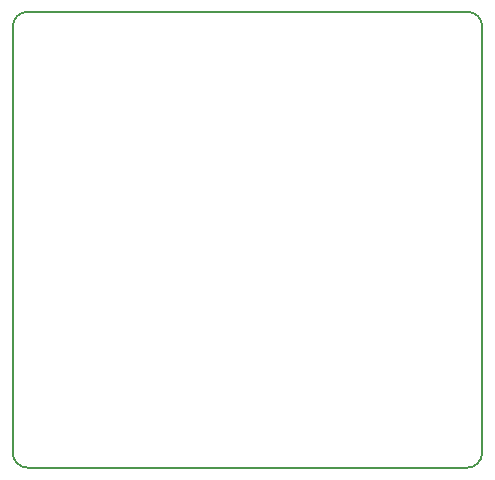
<source format=gbr>
%TF.GenerationSoftware,KiCad,Pcbnew,4.0.7*%
%TF.CreationDate,2019-01-12T03:56:20+05:00*%
%TF.ProjectId,Nokia1202_LCD,4E6F6B6961313230325F4C43442E6B69,0.1*%
%TF.FileFunction,Profile,NP*%
%FSLAX46Y46*%
G04 Gerber Fmt 4.6, Leading zero omitted, Abs format (unit mm)*
G04 Created by KiCad (PCBNEW 4.0.7) date Sat Jan 12 03:56:20 2019*
%MOMM*%
%LPD*%
G01*
G04 APERTURE LIST*
%ADD10C,0.100000*%
%ADD11C,0.150000*%
G04 APERTURE END LIST*
D10*
D11*
X127381000Y-212090000D02*
G75*
G03X126111000Y-210820000I-1270000J0D01*
G01*
X87630000Y-248158000D02*
G75*
G03X88900000Y-249428000I1270000J0D01*
G01*
X126111000Y-249428000D02*
G75*
G03X127381000Y-248158000I0J1270000D01*
G01*
X88900000Y-210820000D02*
G75*
G03X87630000Y-212090000I0J-1270000D01*
G01*
X87630000Y-248158000D02*
X87630000Y-212090000D01*
X126111000Y-249428000D02*
X88900000Y-249428000D01*
X127381000Y-212090000D02*
X127381000Y-248158000D01*
X88900000Y-210820000D02*
X126111000Y-210820000D01*
M02*

</source>
